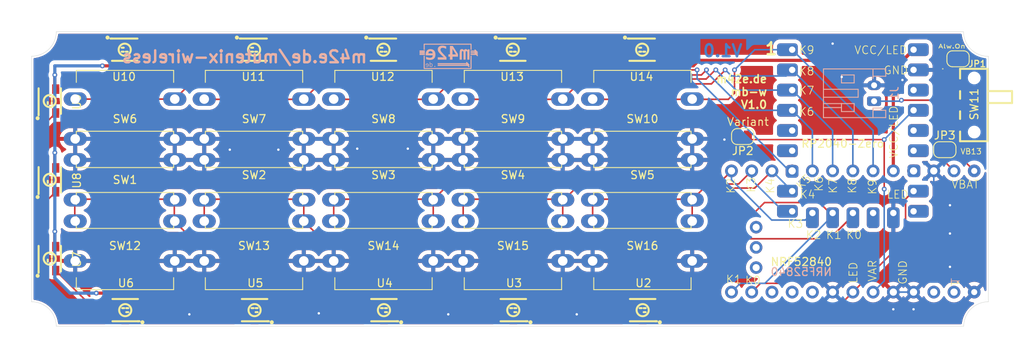
<source format=kicad_pcb>
(kicad_pcb (version 20240108) (generator "pcbnew") (generator_version "8.0")
  (layers (0 "F.Cu" signal) (31 "B.Cu" signal) (34 "B.Paste" user) (35 "F.Paste" user) (36 "B.SilkS" user "B.Silkscreen") (37 "F.SilkS" user "F.Silkscreen") (38 "B.Mask" user) (39 "F.Mask" user) (44 "Edge.Cuts" user))
  (property "Copyright" "2025 Matthias Bilger <matthias@bilger.info>")
  (property "SPDX-License-Identifier" "CERN-OHL-S-2.0 license")
  (net 0 "")
  (net 1 "GND")
  (net 2 "VARIANT")
  (net 3 "/Keys2")
  (net 4 "LED")
  (net 5 "/Keys6")
  (net 9 "/Keys1")
  (net 11 "Vcc_LED")
  (net 12 "/Keys5")
  (net 13 "/Keys8")
  (net 14 "/Keys9")
  (net 16 "/Keys0")
  (net 17 "/Keys3")
  (net 19 "Net-(RZ1-GP26)")
  (net 20 "/Keys7")
  (net 21 "/Keys4")
  (net 22 "VBAT")
  (net 26 "Net-(JP3-A)")
  (net 34 "Net-(J1-Pin_1)")
  (net 35 "Net-(U2-DO)")
  (net 36 "Net-(U3-DO)")
  (net 37 "Net-(U4-DO)")
  (net 38 "Net-(U5-DO)")
  (net 39 "Net-(U6-DO)")
  (net 40 "Net-(U7-DO)")
  (net 41 "Net-(U8-DO)")
  (net 42 "Net-(U10-DI)")
  (net 43 "Net-(U10-DO)")
  (net 44 "Net-(U11-DO)")
  (net 45 "Net-(U12-DO)")
  (net 46 "Net-(U13-DO)")
  (footprint "WMV2:LED-SMD_4P-L3.5-W2.8-BR-1" (layer "F.Cu") (at 44.196 52.431949 -90)
    (property "Reference" "U7")
    (property "Value" "XL-3528RGBC-WS2812B")
  )
  (footprint "Button_Switch_THT:SW_SPST_Omron_B3F-50xx" (layer "F.Cu") (at 112.360051 32.372051)
    (property "Reference" "SW10")
    (property "Value" "SW_Push")
  )
  (footprint "Button_Switch_THT:SW_SPST_Omron_B3F-50xx" (layer "F.Cu") (at 96.104051 47.724051)
    (property "Reference" "SW4")
    (property "Value" "SW_Push")
  )
  (footprint "Button_Switch_THT:SW_SPST_Omron_B3F-50xx" (layer "F.Cu") (at 124.860051 45.024051 180)
    (property "Reference" "SW16")
    (property "Value" "SW_Push")
  )
  (footprint "WMV2:SW-SMD_K3-1280S-K1" (layer "F.Cu") (at 156.86798 33.118051)
    (property "Reference" "SW11")
    (property "Value" "SW_SPDT_312")
  )
  (footprint "WMV2:LED-SMD_4P-L3.5-W2.8-BR-1" (layer "F.Cu") (at 44.196 42.525949 -90)
    (property "Reference" "U8")
    (property "Value" "XL-3528RGBC-WS2812B")
  )
  (footprint "WMV2:Logo m42e_back" (layer "F.Cu") (at 90.297 25.146)
    (property "Reference" "REF**" (hide yes))
    (property "Value" "Logo m42e_back" (hide yes))
  )
  (footprint "WMV2:LED-SMD_4P-L3.5-W2.8-BR-1" (layer "F.Cu") (at 86.09407 26.162 180)
    (property "Reference" "U12")
    (property "Value" "XL-3528RGBC-WS2812B")
  )
  (footprint "Jumper:SolderJumper-2_P1.3mm_Open_RoundedPad1.0x1.5mm" (layer "F.Cu") (at 158.242 27.305 180)
    (property "Reference" "JP1")
    (property "Value" "SolderJumper_2_Open")
  )
  (footprint "Button_Switch_THT:SW_SPST_Omron_B3F-50xx" (layer "F.Cu") (at 79.848051 47.724051)
    (property "Reference" "SW3")
    (property "Value" "SW_Push")
  )
  (footprint "Button_Switch_THT:SW_SPST_Omron_B3F-50xx" (layer "F.Cu") (at 63.592051 32.372051)
    (property "Reference" "SW7")
    (property "Value" "SW_Push")
  )
  (footprint "WMV2:LED-SMD_4P-L3.5-W2.8-BR-1" (layer "F.Cu") (at 118.57907 26.162 180)
    (property "Reference" "U14")
    (property "Value" "XL-3528RGBC-WS2812B")
  )
  (footprint "Button_Switch_THT:SW_SPST_Omron_B3F-50xx" (layer "F.Cu") (at 47.390051 32.372051)
    (property "Reference" "SW6")
    (property "Value" "SW_Push")
  )
  (footprint "Button_Switch_THT:SW_SPST_Omron_B3F-50xx" (layer "F.Cu") (at 63.592051 47.724051)
    (property "Reference" "SW2")
    (property "Value" "SW_Push")
  )
  (footprint "WMV2:LED-SMD_4P-L3.5-W2.8-BR-1" (layer "F.Cu") (at 102.33657 26.162 180)
    (property "Reference" "U13")
    (property "Value" "XL-3528RGBC-WS2812B")
  )
  (footprint "WMV2:LED-SMD_4P-L3.5-W2.8-BR-1" (layer "F.Cu") (at 44.196 32.619949 -90)
    (property "Reference" "U9")
    (property "Value" "XL-3528RGBC-WS2812B")
  )
  (footprint "Button_Switch_THT:SW_SPST_Omron_B3F-50xx" (layer "F.Cu") (at 92.348051 45.024051 180)
    (property "Reference" "SW14")
    (property "Value" "SW_Push")
  )
  (footprint "WMV2:LED-SMD_4P-L3.5-W2.8-BR-1" (layer "F.Cu") (at 69.85157 26.162 180)
    (property "Reference" "U11")
    (property "Value" "XL-3528RGBC-WS2812B")
  )
  (footprint "Button_Switch_THT:SW_SPST_Omron_B3F-50xx" (layer "F.Cu") (at 59.890051 45.024051 180)
    (property "Reference" "SW12")
    (property "Value" "SW_Push")
  )
  (footprint "Button_Switch_THT:SW_SPST_Omron_B3F-50xx" (layer "F.Cu") (at 76.092051 45.024051 180)
    (property "Reference" "SW13")
    (property "Value" "SW_Push")
  )
  (footprint "WMV2:LED-SMD_4P-L3.5-W2.8-BR-1" (layer "F.Cu") (at 53.60907 26.162 180)
    (property "Reference" "U10")
    (property "Value" "XL-3528RGBC-WS2812B")
  )
  (footprint "WMV2:LED-SMD_4P-L3.5-W2.8-BR-1" (layer "F.Cu") (at 86.156033 58.908949)
    (property "Reference" "U4")
    (property "Value" "XL-3528RGBC-WS2812B")
  )
  (footprint "Button_Switch_THT:SW_SPST_Omron_B3F-50xx" (layer "F.Cu") (at 47.390051 47.724051)
    (property "Reference" "SW1")
    (property "Value" "SW_Push")
  )
  (footprint "WMV2:LED-SMD_4P-L3.5-W2.8-BR-1" (layer "F.Cu") (at 53.671033 58.908949)
    (property "Reference" "U6")
    (property "Value" "XL-3528RGBC-WS2812B")
  )
  (footprint "Jumper:SolderJumper-2_P1.3mm_Open_RoundedPad1.0x1.5mm" (layer "F.Cu") (at 156.576 38.735)
    (property "Reference" "JP3")
    (property "Value" "SolderJumper_2_Open")
  )
  (footprint "WMV2:LED-SMD_4P-L3.5-W2.8-BR-1" (layer "F.Cu") (at 118.641033 58.908949)
    (property "Reference" "U2")
    (property "Value" "XL-3528RGBC-WS2812B")
  )
  (footprint "WMV2:LED-SMD_4P-L3.5-W2.8-BR-1" (layer "F.Cu") (at 102.398533 58.908949)
    (property "Reference" "U3")
    (property "Value" "XL-3528RGBC-WS2812B")
  )
  (footprint "Button_Switch_THT:SW_SPST_Omron_B3F-50xx" (layer "F.Cu") (at 112.360051 47.724051)
    (property "Reference" "SW5")
    (property "Value" "SW_Push")
  )
  (footprint "Button_Switch_THT:SW_SPST_Omron_B3F-50xx" (layer "F.Cu") (at 96.104051 32.372051)
    (property "Reference" "SW9")
    (property "Value" "SW_Push")
  )
  (footprint "WMV2:LED-SMD_4P-L3.5-W2.8-BR-1" (layer "F.Cu") (at 69.913533 58.908949)
    (property "Reference" "U5")
    (property "Value" "XL-3528RGBC-WS2812B")
  )
  (footprint "Jumper:SolderJumper-2_P1.3mm_Open_RoundedPad1.0x1.5mm" (layer "F.Cu") (at 131.206 37.084 180)
    (property "Reference" "JP2")
    (property "Value" "SolderJumper_2_Open")
  )
  (footprint "Button_Switch_THT:SW_SPST_Omron_B3F-50xx" (layer "F.Cu") (at 79.848051 32.372051)
    (property "Reference" "SW8")
    (property "Value" "SW_Push")
  )
  (footprint "Button_Switch_THT:SW_SPST_Omron_B3F-50xx" (layer "F.Cu") (at 108.604051 45.024051 180)
    (property "Reference" "SW15")
    (property "Value" "SW_Push")
  )
  (footprint "Connector_JST:JST_PH_S2B-PH-K_1x02_P2.00mm_Horizontal" (layer "B.Cu") (at 147.701 32.639 90)
    (property "Reference" "J1")
    (property "Value" "Conn_01x02")
  )
  (footprint "RP2040:RP2040-Zero2" (layer "B.Cu") (at 155.194 49.022 180)
    (property "Reference" "RZ1")
    (property "Value" "RP2040-Zero")
  )
  (footprint "supermini-nrf52840-kicad:SuperMini NRF52840" (layer "B.Cu") (at 160.27399 56.64201 90)
    (property "Reference" "U1" (hide yes))
    (property "Value" "SuperMini nRF52840")
  )
  (gr_line (start 162.052 26.999786) (end 162.052 57.859535) (stroke (width 0.05)) (layer "Edge.Cuts"))
  (gr_arc (start 45.014466 23.908229) (mid 44.093883 26.082673) (end 41.91 26.980633) (stroke (width 0.05)) (layer "Edge.Cuts"))
  (gr_arc (start 162.052 26.999786) (mid 159.854514 26.096156) (end 158.928379 23.90806) (stroke (width 0.05)) (layer "Edge.Cuts"))
  (gr_line (start 158.951697 60.928286) (end 45.0103 60.927975) (stroke (width 0.05)) (layer "Edge.Cuts"))
  (gr_arc (start 41.91 57.859535) (mid 44.091008 58.756347) (end 45.0103 60.927975) (stroke (width 0.05)) (layer "Edge.Cuts"))
  (gr_arc (start 158.951697 60.928286) (mid 159.870881 58.756456) (end 162.052 57.859535) (stroke (width 0.05)) (layer "Edge.Cuts"))
  (gr_line (start 41.91 26.980633) (end 41.91 57.859535) (stroke (width 0.05)) (layer "Edge.Cuts"))
  (gr_line (start 158.928379 23.90806) (end 45.014466 23.908229) (stroke (width 0.05)) (layer "Edge.Cuts"))
  (gr_text "V1.0" (at 131.318 27.178 0) (layer "B.Cu") (effects (font (size 1.5 1.5) (thickness 0.3) (bold yes)) (justify left bottom mirror)))
  (gr_text "m42e.de/mutenix-wireless" (at 84.201 27.94 0) (layer "B.SilkS") (effects (font (size 1.5 1.5) (thickness 0.3) (bold yes)) (justify left bottom mirror)))
  (gr_text "K9" (at 138.176 26.797 0) (layer "F.SilkS") (effects (font (size 1 1) (thickness 0.1)) (justify left bottom)))
  (gr_text "K6" (at 138.176 34.544 0) (layer "F.SilkS") (effects (font (size 1 1) (thickness 0.1)) (justify left bottom)))
  (gr_text "LED" (at 149.225 44.958 0) (layer "F.SilkS") (effects (font (size 1 1) (thickness 0.1)) (justify left bottom)))
  (gr_text "K4" (at 138.303 44.958 0) (layer "F.SilkS") (effects (font (size 1 1) (thickness 0.1)) (justify left bottom)))
  (gr_text "K0" (at 131.445 55.753 0) (layer "F.SilkS") (effects (font (size 1 1) (thickness 0.1)) (justify left bottom)))
  (gr_text "K7" (at 143.129 44.323 90) (layer "F.SilkS") (effects (font (size 1 1) (thickness 0.1)) (justify left bottom)))
  (gr_text "K1" (at 141.605 50.038 0) (layer "F.SilkS") (effects (font (size 1 1) (thickness 0.1)) (justify left bottom)))
  (gr_text "K3" (at 132.842 44.196 90) (layer "F.SilkS") (effects (font (size 1 1) (thickness 0.1)) (justify left bottom)))
  (gr_text "1" (at 133.858 26.924 0) (layer "F.SilkS") (effects (font (size 1.5 1.5) (thickness 0.3) (bold yes)) (justify left bottom)))
  (gr_text "Alw.On" (at 155.702 26.035 0) (layer "F.SilkS") (effects (font (size 0.5 0.7) (thickness 0.1)) (justify left bottom)))
  (gr_text "Variant" (at 129.159 35.814 0) (layer "F.SilkS") (effects (font (size 1 1) (thickness 0.125)) (justify left bottom)))
  (gr_text "GND" (at 148.844 29.337 0) (layer "F.SilkS") (effects (font (size 1 1) (thickness 0.1)) (justify left bottom)))
  (gr_text "GND" (at 151.892 55.753 90) (layer "F.SilkS") (effects (font (size 1 1) (thickness 0.1)) (justify left bottom)))
  (gr_text "VBAT" (at 157.353 43.688 0) (layer "F.SilkS") (effects (font (size 1 1) (thickness 0.1)) (justify left bottom)))
  (gr_text "K2" (at 139.065 50.038 0) (layer "F.SilkS") (effects (font (size 1 1) (thickness 0.1)) (justify left bottom)))
  (gr_text "K5" (at 138.557 43.942 45) (layer "F.SilkS") (effects (font (size 1 1) (thickness 0.1)) (justify left bottom)))
  (gr_text "K2" (at 130.302 44.323 90) (layer "F.SilkS") (effects (font (size 1 1) (thickness 0.1)) (justify left bottom)))
  (gr_text "K8" (at 145.542 44.323 90) (layer "F.SilkS") (effects (font (size 1 1) (thickness 0.1)) (justify left bottom)))
  (gr_text "K3" (at 136.779 48.641 0) (layer "F.SilkS") (effects (font (size 1 1) (thickness 0.1)) (justify left bottom)))
  (gr_text "K8" (at 138.176 29.464 0) (layer "F.SilkS") (effects (font (size 1 1) (thickness 0.1)) (justify left bottom)))
  (gr_text "LED" (at 145.669 55.626 90) (layer "F.SilkS") (effects (font (size 1 1) (thickness 0.1)) (justify left bottom)))
  (gr_text "K9" (at 148.082 44.45 90) (layer "F.SilkS") (effects (font (size 1 1) (thickness 0.1)) (justify left bottom)))
  (gr_text "m42e.de\nmb-w\nV1.0" (at 134.366 33.655 0) (layer "F.SilkS") (effects (font (size 1 1) (thickness 0.2) (bold yes)) (justify right bottom)))
  (gr_text "K1" (at 129.032 55.626 0) (layer "F.SilkS") (effects (font (size 1 1) (thickness 0.1)) (justify left bottom)))
  (gr_text "K0" (at 144.145 50.038 0) (layer "F.SilkS") (effects (font (size 1 1) (thickness 0.1)) (justify left bottom)))
  (gr_text "K4" (at 135.255 44.323 90) (layer "F.SilkS") (effects (font (size 1 1) (thickness 0.1)) (justify left bottom)))
  (gr_text "VCC/LED" (at 145.161 26.797 0) (layer "F.SilkS") (effects (font (size 1 1) (thickness 0.1)) (justify left bottom)))
  (gr_text "K6" (at 141.351 44.069 90) (layer "F.SilkS") (effects (font (size 1 1) (thickness 0.1)) (justify left bottom)))
  (gr_text "K7" (at 138.176 31.877 0) (layer "F.SilkS") (effects (font (size 1 1) (thickness 0.1)) (justify left bottom)))
  (gr_text "VAR" (at 148.082 55.372 90) (layer "F.SilkS") (effects (font (size 1 1) (thickness 0.1)) (justify left bottom)))
  (gr_text "VCC/LED" (at 150.749 39.878 90) (layer "F.SilkS") (effects (font (size 1 1) (thickness 0.1)) (justify left bottom)))
  (gr_text "VB13" (at 158.496 39.37 0) (layer "F.SilkS") (effects (font (size 0.7 0.7) (thickness 0.1)) (justify left bottom)))
  (via (at 157.226 45.72) (size 0.6) (drill 0.3) (layers "F.Cu" "B.Cu") (net 1))
  (via (at 150.114 58.801) (size 0.6) (drill 0.3) (layers "F.Cu" "B.Cu") (net 1))
  (via (at 72.898 38.735) (size 0.6) (drill 0.3) (layers "F.Cu" "B.Cu") (net 1))
  (via (at 157.226 53.467) (size 0.6) (drill 0.3) (layers "F.Cu" "B.Cu") (net 1))
  (via (at 143.637 29.591) (size 0.6) (drill 0.3) (layers "F.Cu" "B.Cu") (net 1))
  (via (at 128.905 37.465) (size 0.6) (drill 0.3) (layers "F.Cu" "B.Cu") (net 1))
  (via (at 151.257 29.972) (size 0.6) (drill 0.3) (layers "F.Cu" "B.Cu") (net 1))
  (via (at 66.802 38.735) (size 0.6) (drill 0.3) (layers "F.Cu" "B.Cu") (net 1))
  (via (at 89.154 38.608) (size 0.6) (drill 0.3) (layers "F.Cu" "B.Cu") (net 1))
  (via (at 152.654 58.801) (size 0.6) (drill 0.3) (layers "F.Cu" "B.Cu") (net 1))
  (via (at 142.494 25.4) (size 0.6) (drill 0.3) (layers "F.Cu" "B.Cu") (net 1))
  (via (at 77.978 59.309) (size 0.6) (drill 0.3) (layers "F.Cu" "B.Cu") (net 1))
  (via (at 61.722 59.436) (size 0.6) (drill 0.3) (layers "F.Cu" "B.Cu") (net 1))
  (via (at 82.804 38.608) (size 0.6) (drill 0.3) (layers "F.Cu" "B.Cu") (net 1))
  (via (at 157.226 49.276) (size 0.6) (drill 0.3) (layers "F.Cu" "B.Cu") (net 1))
  (via (at 94.234 59.436) (size 0.6) (drill 0.3) (layers "F.Cu" "B.Cu") (net 1))
  (via (at 110.363 59.436) (size 0.6) (drill 0.3) (layers "F.Cu" "B.Cu") (net 1))
  (segment (start 130.715 48.519102) (end 126.510051 52.724051) (width 0.2) (layer "B.Cu") (net 1))
  (segment (start 147.574 59.182) (end 150.11399 56.64201) (width 0.2) (layer "B.Cu") (net 1))
  (segment (start 124.860051 40.024051) (end 124.860051 41.199051) (width 0.2) (layer "B.Cu") (net 1))
  (segment (start 160.27399 56.64201) (end 159.00398 55.372) (width 0.2) (layer "B.Cu") (net 1))
  (segment (start 159.00398 55.372) (end 153.924 55.372) (width 0.2) (layer "B.Cu") (net 1))
  (segment (start 126.510051 52.724051) (end 124.860051 52.724051) (width 0.2) (layer "B.Cu") (net 1))
  (segment (start 150.11399 56.64201) (end 152.65399 56.64201) (width 0.2) (layer "B.Cu") (net 1))
  (segment (start 153.924 55.372) (end 152.65399 56.64201) (width 0.2) (layer "B.Cu") (net 1))
  (segment (start 152.65399 56.64201) (end 155.194 54.102) (width 0.2) (layer "B.Cu") (net 1))
  (segment (start 130.715 47.054) (end 130.715 48.519102) (width 0.2) (layer "B.Cu") (net 1))
  (segment (start 124.860051 41.199051) (end 129.54 45.879) (width 0.2) (layer "B.Cu") (net 1))
  (segment (start 153.004022 28.702) (end 152.654 28.702) (width 0.2) (layer "B.Cu") (net 1))
  (segment (start 129.54 45.879) (end 130.715 47.054) (width 0.2) (layer "B.Cu") (net 1))
  (segment (start 155.194 54.102) (end 155.194 41.402) (width 0.2) (layer "B.Cu") (net 1))
  (segment (start 59.836051 52.724051) (end 63.592051 52.724051) (width 0.2) (layer "B.Cu") (net 1))
  (segment (start 131.856 37.465) (end 148.971 37.465) (width 0.2) (layer "F.Cu") (net 2))
  (segment (start 148.971 37.465) (end 149.014 37.465) (width 0.2) (layer "F.Cu") (net 2))
  (segment (start 148.971 43.688) (end 148.971 37.465) (width 0.2) (layer "F.Cu") (net 2))
  (via (at 148.971 43.688) (size 0.6) (drill 0.3) (layers "F.Cu" "B.Cu") (net 2))
  (via (at 148.971 37.465) (size 0.6) (drill 0.3) (layers "F.Cu" "B.Cu") (net 2))
  (segment (start 148.971 55.245) (end 148.971 43.688) (width 0.2) (layer "B.Cu") (net 2))
  (segment (start 148.971 37.465) (end 152.654 33.782) (width 0.2) (layer "B.Cu") (net 2))
  (segment (start 147.57399 56.64201) (end 148.971 55.245) (width 0.2) (layer "B.Cu") (net 2))
  (segment (start 92.348051 45.024051) (end 94.827102 42.545) (width 0.2) (layer "F.Cu") (net 3))
  (segment (start 92.348051 47.724051) (end 92.348051 45.024051) (width 0.2) (layer "F.Cu") (net 3))
  (segment (start 79.848051 47.724051) (end 79.848051 45.024051) (width 0.2) (layer "F.Cu") (net 3))
  (segment (start 92.282 44.958) (end 92.348051 45.024051) (width 0.2) (layer "F.Cu") (net 3))
  (segment (start 79.848051 45.024051) (end 79.914102 44.958) (width 0.2) (layer "F.Cu") (net 3))
  (segment (start 79.914102 44.958) (end 92.282 44.958) (width 0.2) (layer "F.Cu") (net 3))
  (segment (start 94.827102 42.545) (end 128.651 42.545) (width 0.2) (layer "F.Cu") (net 3))
  (segment (start 128.651 42.545) (end 129.794 41.402) (width 0.2) (layer "F.Cu") (net 3))
  (segment (start 139.0639 47.5821) (end 139.954 46.692) (width 0.2) (layer "B.Cu") (net 3))
  (segment (start 129.794 42.53337) (end 134.84273 47.5821) (width 0.2) (layer "B.Cu") (net 3))
  (segment (start 134.84273 47.5821) (end 139.0639 47.5821) (width 0.2) (layer "B.Cu") (net 3))
  (segment (start 129.794 41.402) (end 129.794 42.53337) (width 0.2) (layer "B.Cu") (net 3))
  (segment (start 143.51 58.166) (end 143.256 58.166) (width 0.2) (layer "F.Cu") (net 4))
  (segment (start 151.654 50.022) (end 151.654 44.942) (width 0.2) (layer "F.Cu") (net 4))
  (segment (start 143.248885 58.158885) (end 120.141033 58.158885) (width 0.2) (layer "F.Cu") (net 4))
  (segment (start 145.03399 56.64201) (end 151.654 50.022) (width 0.2) (layer "F.Cu") (net 4))
  (segment (start 143.256 58.166) (end 143.248885 58.158885) (width 0.2) (layer "F.Cu") (net 4))
  (segment (start 145.03399 56.64201) (end 143.51 58.166) (width 0.2) (layer "F.Cu") (net 4))
  (segment (start 151.654 44.942) (end 152.654 43.942) (width 0.2) (layer "F.Cu") (net 4))
  (segment (start 63.592051 32.404051) (end 76.092051 32.404051) (width 0.2) (layer "F.Cu") (net 5))
  (segment (start 76.092051 32.404051) (end 79.159102 29.337) (width 0.2) (layer "F.Cu") (net 5))
  (segment (start 79.159102 29.337) (end 126.01575 29.337) (width 0.2) (layer "F.Cu") (net 5))
  (segment (start 126.01575 29.337) (end 126.65075 28.702) (width 0.2) (layer "F.Cu") (net 5))
  (via (at 126.65075 28.702) (size 0.6) (drill 0.3) (layers "F.Cu" "B.Cu") (net 5))
  (segment (start 137.414 33.782) (end 139.954 36.322) (width 0.2) (layer "B.Cu") (net 5))
  (segment (start 131.445 33.782) (end 137.414 33.782) (width 0.2) (layer "B.Cu") (net 5))
  (segment (start 131.445 33.782) (end 126.65075 28.98775) (width 0.2) (layer "B.Cu") (net 5))
  (segment (start 126.65075 28.98775) (end 126.65075 28.702) (width 0.2) (layer "B.Cu") (net 5))
  (segment (start 139.954 36.322) (end 139.954 41.402) (width 0.2) (layer "B.Cu") (net 5))
  (segment (start 142.494 46.692) (end 142.494 47.04195) (width 0.2) (layer "F.Cu") (net 9))
  (segment (start 63.592051 47.724051) (end 63.592051 45.024051) (width 0.2) (layer "F.Cu") (net 9))
  (segment (start 63.658102 44.958) (end 76.026 44.958) (width 0.2) (layer "F.Cu") (net 9))
  (segment (start 77.771 49.403) (end 76.092051 47.724051) (width 0.2) (layer "F.Cu") (net 9))
  (segment (start 129.921 49.403) (end 77.771 49.403) (width 0.2) (layer "F.Cu") (net 9))
  (segment (start 140.83395 45.3819) (end 133.9421 45.3819) (width 0.2) (layer "F.Cu") (net 9))
  (segment (start 76.092051 47.724051) (end 76.092051 45.024051) (width 0.2) (layer "F.Cu") (net 9))
  (segment (start 142.494 47.04195) (end 140.83395 45.3819) (width 0.2) (layer "F.Cu") (net 9))
  (segment (start 133.9421 45.3819) (end 129.921 49.403) (width 0.2) (layer "F.Cu") (net 9))
  (segment (start 76.026 44.958) (end 76.092051 45.024051) (width 0.2) (layer "F.Cu") (net 9))
  (segment (start 63.592051 45.024051) (end 63.658102 44.958) (width 0.2) (layer "F.Cu") (net 9))
  (segment (start 133.99394 55.54201) (end 130.89399 55.54201) (width 0.2) (layer "B.Cu") (net 9))
  (segment (start 130.89399 55.54201) (end 129.79399 56.64201) (width 0.2) (layer "B.Cu") (net 9))
  (segment (start 142.494 47.04195) (end 133.99394 55.54201) (width 0.2) (layer "B.Cu") (net 9))
  (segment (start 142.494 46.692) (end 142.494 47.04195) (width 0.2) (layer "B.Cu") (net 9))
  (segment (start 117.141033 57.197033) (end 117.141033 58.158885) (width 0.4) (layer "F.Cu") (net 11))
  (segment (start 44.831 49.022) (end 44.831 50.816885) (width 0.4) (layer "F.Cu") (net 11))
  (segment (start 87.59407 28.15807) (end 87.59407 26.912064) (width 0.4) (layer "F.Cu") (net 11))
  (segment (start 150.114 28.702) (end 150.114 41.402) (width 0.4) (layer "F.Cu") (net 11))
  (segment (start 52.171033 56.870033) (end 52.171033 58.158885) (width 0.4) (layer "F.Cu") (net 11))
  (segment (start 151.892 26.924) (end 151.314 27.502) (width 0.4) (layer "F.Cu") (net 11))
  (segment (start 68.453 56.769) (end 84.582 56.769) (width 0.4) (layer "F.Cu") (net 11))
  (segment (start 68.967565 58.358911) (end 68.317565 58.358911) (width 0.2) (layer "F.Cu") (net 11))
  (segment (start 103.83657 28.14457) (end 103.83657 26.912064) (width 0.4) (layer "F.Cu") (net 11))
  (segment (start 125.68605 27.502) (end 124.99405 28.194) (width 0.4) (layer "F.Cu") (net 11))
  (segment (start 55.10907 28.18507) (end 55.10907 26.912064) (width 0.4) (layer "F.Cu") (net 11))
  (segment (start 120.396 28.194) (end 103.886 28.194) (width 0.4) (layer "F.Cu") (net 11))
  (segment (start 44.831 40.688844) (end 45.057085 40.914929) (width 0.4) (layer "F.Cu") (net 11))
  (segment (start 100.838 56.769) (end 100.898533 56.829533) (width 0.4) (layer "F.Cu") (net 11))
  (segment (start 71.35157 27.79057) (end 71.35157 26.912064) (width 0.4) (layer "F.Cu") (net 11))
  (segment (start 116.713 56.769) (end 117.141033 57.197033) (width 0.4) (layer "F.Cu") (net 11))
  (segment (start 55.118 28.194) (end 50.8 28.194) (width 0.4) (layer "F.Cu") (net 11))
  (segment (start 151.314 27.502) (end 125.68605 27.502) (width 0.4) (layer "F.Cu") (net 11))
  (segment (start 55.118 28.194) (end 55.10907 28.18507) (width 0.4) (layer "F.Cu") (net 11))
  (segment (start 71.374 28.194) (end 71.374 27.813) (width 0.4) (layer "F.Cu") (net 11))
  (segment (start 87.63 28.194) (end 87.59407 28.15807) (width 0.4) (layer "F.Cu") (net 11))
  (segment (start 100.838 56.769) (end 116.713 56.769) (width 0.4) (layer "F.Cu") (net 11))
  (segment (start 84.582 56.769) (end 100.838 56.769) (width 0.4) (layer "F.Cu") (net 11))
  (segment (start 103.886 28.194) (end 87.63 28.194) (width 0.4) (layer "F.Cu") (net 11))
  (segment (start 44.831 39.116) (end 44.831 40.688844) (width 0.4) (layer "F.Cu") (net 11))
  (segment (start 124.99405 28.194) (end 120.396 28.194) (width 0.4) (layer "F.Cu") (net 11))
  (segment (start 85.210065 58.358911) (end 84.910141 58.358911) (width 0.2) (layer "F.Cu") (net 11))
  (segment (start 84.656033 56.843033) (end 84.656033 58.158885) (width 0.4) (layer "F.Cu") (net 11))
  (segment (start 50.038 56.769) (end 52.07 56.769) (width 0.4) (layer "F.Cu") (net 11))
  (segment (start 71.374 27.813) (end 71.35157 27.79057) (width 0.4) (layer "F.Cu") (net 11))
  (segment (start 120.07907 27.87707) (end 120.07907 26.912064) (width 0.4) (layer "F.Cu") (net 11))
  (segment (start 120.396 28.194) (end 120.07907 27.87707) (width 0.4) (layer "F.Cu") (net 11))
  (segment (start 151.13 27.686) (end 152.654 26.162) (width 0.4) (layer "F.Cu") (net 11))
  (segment (start 52.07 56.769) (end 52.171033 56.870033) (width 0.4) (layer "F.Cu") (net 11))
  (segment (start 151.892 26.924) (end 150.114 28.702) (width 0.4) (layer "F.Cu") (net 11))
  (segment (start 44.831 50.816885) (end 44.946064 50.931949) (width 0.4) (layer "F.Cu") (net 11))
  (segment (start 68.413533 57.189467) (end 68.413533 58.158885) (width 0.4) (layer "F.Cu") (net 11))
  (segment (start 84.582 56.769) (end 84.656033 56.843033) (width 0.4) (layer "F.Cu") (net 11))
  (segment (start 68.453 56.769) (end 68.453 57.15) (width 0.4) (layer "F.Cu") (net 11))
  (segment (start 44.831 29.337) (end 44.831 31.004885) (width 0.4) (layer "F.Cu") (net 11))
  (segment (start 71.374 28.194) (end 87.63 28.194) (width 0.4) (layer "F.Cu") (net 11))
  (segment (start 100.898533 56.829533) (end 100.898533 58.158885) (width 0.4) (layer "F.Cu") (net 11))
  (segment (start 52.07 56.769) (end 68.453 56.769) (width 0.4) (layer "F.Cu") (net 11))
  (segment (start 44.831 31.004885) (end 44.946064 31.119949) (width 0.4) (layer "F.Cu") (net 11))
  (segment (start 68.453 57.15) (end 68.413533 57.189467) (width 0.4) (layer "F.Cu") (net 11))
  (segment (start 103.886 28.194) (end 103.83657 28.14457) (width 0.4) (layer "F.Cu") (net 11))
  (segment (start 152.654 26.162) (end 151.892 26.924) (width 0.4) (layer "F.Cu") (net 11))
  (segment (start 55.118 28.194) (end 71.374 28.194) (width 0.4) (layer "F.Cu") (net 11))
  (via (at 50.8 28.194) (size 0.6) (drill 0.3) (layers "F.Cu" "B.Cu") (net 11))
  (via (at 44.831 39.116) (size 0.6) (drill 0.3) (layers "F.Cu" "B.Cu") (net 11))
  (via (at 50.038 56.769) (size 0.6) (drill 0.3) (layers "F.Cu" "B.Cu") (net 11))
  (via (at 44.831 29.337) (size 0.6) (drill 0.3) (layers "F.Cu" "B.Cu") (net 11))
  (via (at 44.831 49.022) (size 0.6) (drill 0.3) (layers "F.Cu" "B.Cu") (net 11))
  (segment (start 44.831 29.337) (end 44.831 39.116) (width 0.4) (layer "B.Cu") (net 11))
  (segment (start 50.8 28.194) (end 44.831 28.194) (width 0.4) (layer "B.Cu") (net 11))
  (segment (start 44.831 28.194) (end 44.831 29.337) (width 0.4) (layer "B.Cu") (net 11))
  (segment (start 44.831 54.864) (end 46.736 56.769) (width 0.4) (layer "B.Cu") (net 11))
  (segment (start 44.831 39.116) (end 44.831 49.022) (width 0.4) (layer "B.Cu") (net 11))
  (segment (start 46.736 56.769) (end 50.038 56.769) (width 0.4) (layer "B.Cu") (net 11))
  (segment (start 44.831 49.022) (end 44.831 54.864) (width 0.4) (layer "B.Cu") (net 11))
  (segment (start 59.890051 32.372051) (end 63.560102 28.702) (width 0.2) (layer "F.Cu") (net 12))
  (segment (start 63.560102 28.702) (end 125.476 28.702) (width 0.2) (layer "F.Cu") (net 12))
  (segment (start 47.390051 32.372051) (end 59.890051 32.372051) (width 0.2) (layer "F.Cu") (net 12))
  (via (at 125.476 28.702) (size 0.6) (drill 0.3) (layers "F.Cu" "B.Cu") (net 12))
  (segment (start 125.476 28.61) (end 125.476 29.814022) (width 0.2) (layer "B.Cu") (net 12))
  (segment (start 125.476 29.814022) (end 137.063978 41.402) (width 0.2) (layer "B.Cu") (net 12))
  (segment (start 137.063978 41.402) (end 137.414 41.402) (width 0.2) (layer "B.Cu") (net 12))
  (segment (start 110.547102 30.461) (end 127.273 30.461) (width 0.2) (layer "F.Cu") (net 13))
  (segment (start 96.104051 32.404051) (end 108.604051 32.404051) (width 0.2) (layer "F.Cu") (net 13))
  (segment (start 108.604051 32.404051) (end 110.547102 30.461) (width 0.2) (layer "F.Cu") (net 13))
  (segment (start 129.032 28.702) (end 127.273 30.461) (width 0.2) (layer "F.Cu") (net 13))
  (via (at 129.00025 28.702) (size 0.6) (drill 0.3) (layers "F.Cu" "B.Cu") (net 13))
  (segment (start 129.032 28.702) (end 129.794 29.464) (width 0.2) (layer "B.Cu") (net 13))
  (segment (start 129.794 29.464) (end 136.652 29.464) (width 0.2) (layer "B.Cu") (net 13))
  (segment (start 136.652 29.464) (end 137.414 28.702) (width 0.2) (layer "B.Cu") (net 13))
  (segment (start 145.034 36.322) (end 145.034 41.402) (width 0.2) (layer "B.Cu") (net 13))
  (segment (start 137.414 28.702) (end 145.034 36.322) (width 0.2) (layer "B.Cu") (net 13))
  (segment (start 129.393949 32.404051) (end 124.860051 32.404051) (width 0.2) (layer "F.Cu") (net 14))
  (segment (start 112.360051 32.404051) (end 124.860051 32.404051) (width 0.2) (layer "F.Cu") (net 14))
  (segment (start 130.175 28.702) (end 130.175 31.623) (width 0.2) (layer "F.Cu") (net 14))
  (segment (start 130.175 31.623) (end 129.393949 32.404051) (width 0.2) (layer "F.Cu") (net 14))
  (via (at 130.175 28.702) (size 0.6) (drill 0.3) (layers "F.Cu" "B.Cu") (net 14))
  (segment (start 147.574 41.402) (end 147.574 36.322) (width 0.2) (layer "B.Cu") (net 14))
  (segment (start 147.574 36.322) (end 137.414 26.162) (width 0.2) (layer "B.Cu") (net 14))
  (segment (start 130.175 28.702) (end 132.715 26.162) (width 0.2) (layer "B.Cu") (net 14))
  (segment (start 132.715 26.162) (end 137.414 26.162) (width 0.2) (layer "B.Cu") (net 14))
  (segment (start 133.43399 55.54201) (end 132.33399 56.64201) (width 0.2) (layer "F.Cu") (net 16))
  (segment (start 59.77 44.958) (end 59.836051 45.024051) (width 0.2) (layer "F.Cu") (net 16))
  (segment (start 47.336051 45.024051) (end 47.402102 44.958) (width 0.2) (layer "F.Cu") (net 16))
  (segment (start 59.836051 47.724051) (end 62.04661 49.93461) (width 0.2) (layer "F.Cu") (net 16))
  (segment (start 145.034 46.692) (end 145.034 47.033042) (width 0.2) (layer "F.Cu") (net 16))
  (segment (start 62.04661 49.93461) (end 142.132432 49.93461) (width 0.2) (layer "F.Cu") (net 16))
  (segment (start 59.836051 45.024051) (end 59.836051 44.938949) (width 0.2) (layer "F.Cu") (net 16))
  (segment (start 47.402102 44.958) (end 59.77 44.958) (width 0.2) (layer "F.Cu") (net 16))
  (segment (start 47.336051 47.724051) (end 47.336051 45.024051) (width 0.2) (layer "F.Cu") (net 16))
  (segment (start 145.034 47.033042) (end 136.525032 55.54201) (width 0.2) (layer "F.Cu") (net 16))
  (segment (start 59.836051 45.024051) (end 59.836051 47.724051) (width 0.2) (layer "F.Cu") (net 16))
  (segment (start 136.525032 55.54201) (end 133.43399 55.54201) (width 0.2) (layer "F.Cu") (net 16))
  (segment (start 142.132432 49.93461) (end 145.034 47.033042) (width 0.2) (layer "F.Cu") (net 16))
  (segment (start 108.604051 45.024051) (end 108.604051 47.724051) (width 0.2) (layer "F.Cu") (net 17))
  (segment (start 130.683 43.053) (end 132.334 41.402) (width 0.2) (layer "F.Cu") (net 17))
  (segment (start 110.744 43.053) (end 130.683 43.053) (width 0.2) (layer "F.Cu") (net 17))
  (segment (start 96.707949 45.024051) (end 96.774 44.958) (width 0.2) (layer "F.Cu") (net 17))
  (segment (start 108.538 44.958) (end 108.604051 45.024051) (width 0.2) (layer "F.Cu") (net 17))
  (segment (start 96.104051 45.024051) (end 96.707949 45.024051) (width 0.2) (layer "F.Cu") (net 17))
  (segment (start 96.774 44.958) (end 108.538 44.958) (width 0.2) (layer "F.Cu") (net 17))
  (segment (start 108.772949 45.024051) (end 110.744 43.053) (width 0.2) (layer "F.Cu") (net 17))
  (segment (start 96.104051 47.724051) (end 96.104051 45.024051) (width 0.2) (layer "F.Cu") (net 17))
  (segment (start 108.604051 45.024051) (end 108.772949 45.024051) (width 0.2) (layer "F.Cu") (net 17))
  (segment (start 136.28263 46.482) (end 137.414 46.482) (width 0.2) (layer "B.Cu") (net 17))
  (segment (start 132.334 42.53337) (end 136.28263 46.482) (width 0.2) (layer "B.Cu") (net 17))
  (segment (start 132.334 41.402) (end 132.334 42.53337) (width 0.2) (layer "B.Cu") (net 17))
  (segment (start 126.619 29.845) (end 94.907102 29.845) (width 0.2) (layer "F.Cu") (net 20))
  (segment (start 94.907102 29.845) (end 92.348051 32.404051) (width 0.2) (layer "F.Cu") (net 20))
  (segment (start 79.848051 32.404051) (end 92.348051 32.404051) (width 0.2) (layer "F.Cu") (net 20))
  (segment (start 127.762 28.702) (end 126.619 29.845) (width 0.2) (layer "F.Cu") (net 20))
  (via (at 127.8255 28.702) (size 0.6) (drill 0.3) (layers "F.Cu" "B.Cu") (net 20))
  (segment (start 142.494 36.322) (end 137.414 31.242) (width 0.2) (layer "B.Cu") (net 20))
  (segment (start 130.3655 31.242) (end 137.414 31.242) (width 0.2) (layer "B.Cu") (net 20))
  (segment (start 142.494 41.402) (end 142.494 36.322) (width 0.2) (layer "B.Cu") (net 20))
  (segment (start 127.8255 28.702) (end 130.3655 31.242) (width 0.2) (layer "B.Cu") (net 20))
  (segment (start 124.794 44.958) (end 124.860051 45.024051) (width 0.2) (layer "F.Cu") (net 21))
  (segment (start 132.715 43.561) (end 134.874 41.402) (width 0.2) (layer "F.Cu") (net 21))
  (segment (start 124.860051 45.024051) (end 126.323102 43.561) (width 0.2) (layer "F.Cu") (net 21))
  (segment (start 112.360051 45.024051) (end 112.426102 44.958) (width 0.2) (layer "F.Cu") (net 21))
  (segment (start 112.426102 44.958) (end 124.794 44.958) (width 0.2) (layer "F.Cu") (net 21))
  (segment (start 112.360051 47.724051) (end 112.360051 45.024051) (width 0.2) (layer "F.Cu") (net 21))
  (segment (start 126.323102 43.561) (end 132.715 43.561) (width 0.2) (layer "F.Cu") (net 21))
  (segment (start 124.860051 45.024051) (end 124.860051 47.724051) (width 0.2) (layer "F.Cu") (net 21))
  (segment (start 134.874 41.402) (end 137.414 43.942) (width 0.2) (layer "B.Cu") (net 21))
  (segment (start 160.274 41.402) (end 157.734 38.862) (width 0.2) (layer "F.Cu") (net 22))
  (segment (start 158.975051 33.118051) (end 159.004 33.147) (width 0.2) (layer "F.Cu") (net 22))
  (segment (start 157.734 38.862) (end 157.607 38.735) (width 0.2) (layer "F.Cu") (net 22))
  (segment (start 159.004 28.306) (end 158.892 28.194) (width 0.2) (layer "F.Cu") (net 22))
  (segment (start 157.607 38.735) (end 157.226 38.735) (width 0.2) (layer "F.Cu") (net 22))
  (segment (start 158.975051 33.118051) (end 158.975051 37.620949) (width 0.2) (layer "F.Cu") (net 22))
  (segment (start 156.86798 33.118051) (end 158.975051 33.118051) (width 0.2) (layer "F.Cu") (net 22))
  (segment (start 159.004 33.147) (end 159.004 28.306) (width 0.2) (layer "F.Cu") (net 22))
  (segment (start 158.975051 37.620949) (end 157.734 38.862) (width 0.2) (layer "F.Cu") (net 22))
  (segment (start 158.892 28.194) (end 158.892 27.305) (width 0.2) (layer "F.Cu") (net 22))
  (segment (start 155.926 39.594) (end 155.926 38.735) (width 0.2) (layer "F.Cu") (net 26))
  (segment (start 157.734 41.402) (end 155.926 39.594) (width 0.2) (layer "F.Cu") (net 26))
  (segment (start 156.86798 30.618178) (end 154.974158 32.512) (width 0.2) (layer "F.Cu") (net 34))
  (segment (start 156.464 30.214198) (end 156.86798 30.618178) (width 0.2) (layer "F.Cu") (net 34))
  (segment (start 154.974158 32.512) (end 151.13 32.512) (width 0.2) (layer "F.Cu") (net 34))
  (segment (start 156.464 27.178) (end 156.464 30.214198) (width 0.2) (layer "F.Cu") (net 34))
  (segment (start 157.592 27.305) (end 157.465 27.178) (width 0.2) (layer "F.Cu") (net 34))
  (segment (start 157.465 27.178) (end 156.464 27.178) (width 0.2) (layer "F.Cu") (net 34))
  (via (at 151.13 32.512) (size 0.6) (drill 0.3) (layers "F.Cu" "B.Cu") (net 34))
  (segment (start 151.13 32.512) (end 151.003 32.639) (width 0.2) (layer "B.Cu") (net 34))
  (segment (start 151.003 32.639) (end 147.701 32.639) (width 0.2) (layer "B.Cu") (net 34))
  (segment (start 103.905648 58.166) (end 103.898533 58.158885) (width 0.2) (layer "F.Cu") (net 35))
  (segment (start 117.141033 59.659013) (end 115.64802 58.166) (width 0.2) (layer "F.Cu") (net 35))
  (segment (start 115.64802 58.166) (end 103.905648 58.166) (width 0.2) (layer "F.Cu") (net 35))
  (segment (start 100.898533 59.659013) (end 99.27852 58.039) (width 0.2) (layer "F.Cu") (net 36))
  (segment (start 99.27852 58.039) (end 87.775918 58.039) (width 0.2) (layer "F.Cu") (net 36))
  (segment (start 87.775918 58.039) (end 87.656033 58.158885) (width 0.2) (layer "F.Cu") (net 36))
  (segment (start 84.656033 59.659013) (end 83.16302 58.166) (width 0.2) (layer "F.Cu") (net 37))
  (segment (start 71.420648 58.166) (end 71.413533 58.158885) (width 0.2) (layer "F.Cu") (net 37))
  (segment (start 83.16302 58.166) (end 71.420648 58.166) (width 0.2) (layer "F.Cu") (net 37))
  (segment (start 68.413533 59.659013) (end 66.79352 58.039) (width 0.2) (layer "F.Cu") (net 38))
  (segment (start 55.290918 58.039) (end 55.171033 58.158885) (width 0.2) (layer "F.Cu") (net 38))
  (segment (start 66.79352 58.039) (end 55.290918 58.039) (width 0.2) (layer "F.Cu") (net 38))
  (segment (start 50.673128 59.659013) (end 44.946064 53.931949) (width 0.2) (layer "F.Cu") (net 39))
  (segment (start 52.171033 59.659013) (end 50.673128 59.659013) (width 0.2) (layer "F.Cu") (net 39))
  (segment (start 43.445936 45.526077) (end 44.946064 44.025949) (width 0.2) (layer "F.Cu") (net 40))
  (segment (start 43.445936 50.931949) (end 43.445936 45.526077) (width 0.2) (layer "F.Cu") (net 40))
  (segment (start 43.445936 35.620077) (end 44.946064 34.119949) (width 0.2) (layer "F.Cu") (net 41))
  (segment (start 43.445936 41.025949) (end 43.445936 35.620077) (width 0.2) (layer "F.Cu") (net 41))
  (segment (start 44.461936 26.912064) (end 52.10907 26.912064) (width 0.2) (layer "F.Cu") (net 42))
  (segment (start 43.445936 31.119949) (end 43.445936 27.928064) (width 0.2) (layer "F.Cu") (net 42))
  (segment (start 43.445936 27.928064) (end 44.461936 26.912064) (width 0.2) (layer "F.Cu") (net 42))
  (segment (start 47.653821 26.912064) (end 52.10907 26.912064) (width 0.2) (layer "F.Cu") (net 42))
  (segment (start 55.10907 25.411936) (end 66.851442 25.411936) (width 0.2) (layer "F.Cu") (net 43))
  (segment (start 66.851442 25.411936) (end 68.35157 26.912064) (width 0.2) (layer "F.Cu") (net 43))
  (segment (start 83.093942 25.411936) (end 84.59407 26.912064) (width 0.2) (layer "F.Cu") (net 44))
  (segment (start 71.35157 25.411936) (end 83.093942 25.411936) (width 0.2) (layer "F.Cu") (net 44))
  (segment (start 85.209963 26.858089) (end 85.209963 27.551963) (width 0.4) (layer "F.Cu") (net 44))
  (segment (start 85.209963 27.551963) (end 85.217 27.559) (width 0.4) (layer "F.Cu") (net 44))
  (segment (start 99.336442 25.411936) (end 100.83657 26.912064) (width 0.2) (layer "F.Cu") (net 45))
  (segment (start 87.59407 25.411936) (end 99.336442 25.411936) (width 0.2) (layer "F.Cu") (net 45))
  (segment (start 115.578942 25.411936) (end 117.07907 26.912064) (width 0.2) (layer "F.Cu") (net 46))
  (segment (start 103.83657 25.411936) (end 115.578942 25.411936) (width 0.2) (layer "F.Cu") (net 46))
  (zone (net 1) (net_name "GND") (layer "F.Cu") (priority 1) (connect_pads (clearance 0.5)) (min_thickness 0.25) (fill yes (thermal_gap 0.5) (thermal_bridge_width 0.5))
    (polygon (pts (xy 41.91 26.035) (xy 43.942 24.13) (xy 160.02 24.003) (xy 162.052 26.035) (xy 162.052 59.055) (xy 160.02 61.087) (xy 43.942 61.087) (xy 41.91 59.182)))
  )
  (zone (net 1) (net_name "GND") (layer "B.Cu") (connect_pads (clearance 0.5)) (min_thickness 0.25) (fill yes (thermal_gap 0.5) (thermal_bridge_width 0.5))
    (polygon (pts (xy 43.942 60.96) (xy 41.91 58.928) (xy 41.91 25.908) (xy 43.942 23.876) (xy 160.02 23.876) (xy 162.052 25.908) (xy 162.052 58.928) (xy 160.02 60.96)))
  )
)
</source>
